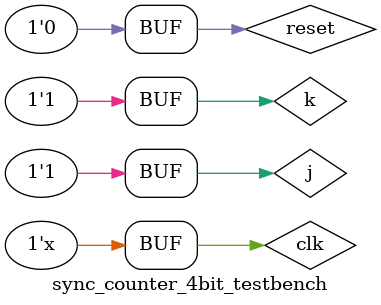
<source format=v>
module sync_counter_4bit_testbench; 
    reg clk; 
    reg reset;
	 reg j;
	 reg k;
    wire [3:0] q, q_bar;
    sync_counter_4bit counter(.clk(clk), .reset(reset), .j(j), .k(k), .q(q), .q_bar(q_bar));
	 
   initial begin
		reset = 1;
		clk   = 1;
		j     = 1'b1;
		k     = 1'b1;
		#5
		reset = 0;
		clk   = 0;
   end
	always #5 clk <= ~clk;
endmodule


</source>
